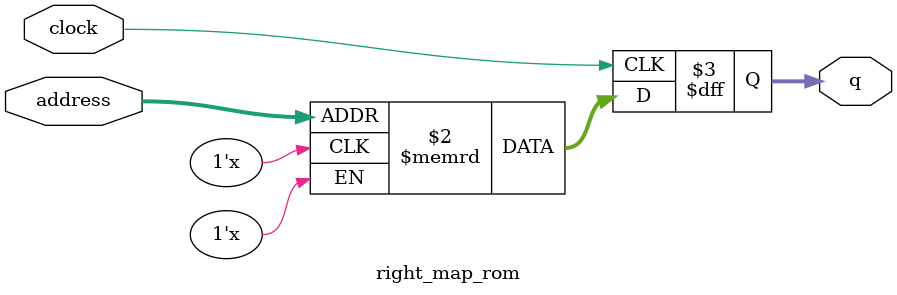
<source format=sv>
module right_map_rom (
	input logic clock,
	input logic [15:0] address,
	output logic [4:0] q
);

logic [4:0] memory [0:39999] /* synthesis ram_init_file = "./right_map/right_map.mif" */;

always_ff @ (posedge clock) begin
	q <= memory[address];
end

endmodule

</source>
